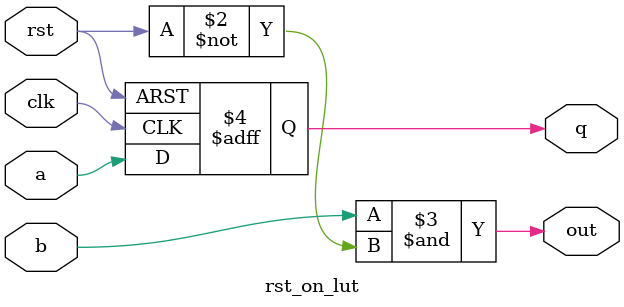
<source format=v>

`timescale 1ns / 1ps

module rst_on_lut(a, b, q, out, clk, rst);

input wire rst;
input wire clk;
input wire a;
input wire b;
output reg q;
output wire out;

always @(posedge rst or posedge clk) begin
  if (rst) begin
    q <= 0;
  end else begin
    q <= a;
  end
end

assign out = b & ~rst;

endmodule

</source>
